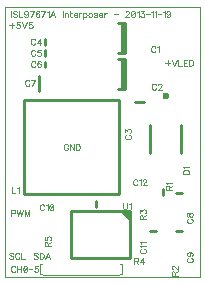
<source format=gbr>
G04 DipTrace 2.3.1.0*
%INTopSilk.gbr*%
%MOIN*%
%ADD10C,0.0098*%
%ADD12C,0.003*%
%ADD20C,0.0013*%
%ADD28C,0.0236*%
%FSLAX44Y44*%
G04*
G70*
G90*
G75*
G01*
%LNTopSilk*%
%LPD*%
X7848Y12390D2*
D10*
Y11405D1*
X7922Y12390D2*
Y11405D1*
Y12390D2*
X7686D1*
X7922Y11405D2*
X7686D1*
X7848Y11202D2*
Y10218D1*
X7922Y11202D2*
Y10218D1*
Y11202D2*
X7686D1*
X7922Y10218D2*
X7686D1*
X8261Y9771D2*
X8575D1*
X5271Y11674D2*
Y11871D1*
Y11299D2*
Y11496D1*
Y10924D2*
Y11121D1*
X5067Y10142D2*
Y10653D1*
X9632Y6732D2*
X9829D1*
X9632Y5482D2*
X9829D1*
X6959Y6473D2*
Y6276D1*
X8757Y5482D2*
X8954D1*
X9190Y6871D2*
Y6674D1*
D28*
X9293Y9968D3*
X9805Y9004D2*
D10*
Y8059D1*
X8781Y9004D2*
Y8059D1*
X4581Y6698D2*
X7730D1*
Y9847D1*
X4581D1*
Y6698D1*
X6129Y6134D2*
X8098D1*
Y4559D1*
X6129D1*
Y6134D1*
G36*
X7801Y6096D2*
X8051Y5846D1*
X8113Y6159D1*
X7801Y6096D1*
G37*
X3937Y12937D2*
D20*
X10437D1*
Y3937D1*
X3937D1*
Y12937D1*
X5187Y4000D2*
X7750D1*
X8946Y11587D2*
D12*
X8937Y11606D1*
X8918Y11625D1*
X8899Y11635D1*
X8860D1*
X8841Y11625D1*
X8822Y11606D1*
X8812Y11587D1*
X8803Y11558D1*
Y11510D1*
X8812Y11482D1*
X8822Y11463D1*
X8841Y11444D1*
X8860Y11434D1*
X8899D1*
X8918Y11444D1*
X8937Y11463D1*
X8946Y11482D1*
X9008Y11596D2*
X9027Y11606D1*
X9056Y11635D1*
Y11434D1*
X8966Y10337D2*
X8956Y10356D1*
X8937Y10375D1*
X8918Y10385D1*
X8880D1*
X8861Y10375D1*
X8842Y10356D1*
X8832Y10337D1*
X8822Y10308D1*
Y10260D1*
X8832Y10232D1*
X8842Y10213D1*
X8861Y10194D1*
X8880Y10184D1*
X8918D1*
X8937Y10194D1*
X8956Y10213D1*
X8966Y10232D1*
X9037Y10337D2*
Y10346D1*
X9047Y10366D1*
X9056Y10375D1*
X9075Y10385D1*
X9114D1*
X9133Y10375D1*
X9142Y10366D1*
X9152Y10346D1*
Y10327D1*
X9142Y10308D1*
X9123Y10280D1*
X9028Y10184D1*
X9161D1*
X7978Y8678D2*
X7959Y8668D1*
X7940Y8649D1*
X7930Y8630D1*
Y8592D1*
X7940Y8572D1*
X7959Y8553D1*
X7978Y8544D1*
X8007Y8534D1*
X8055D1*
X8083Y8544D1*
X8103Y8553D1*
X8122Y8572D1*
X8131Y8592D1*
Y8630D1*
X8122Y8649D1*
X8103Y8668D1*
X8083Y8678D1*
X7931Y8759D2*
Y8864D1*
X8007Y8806D1*
Y8835D1*
X8017Y8854D1*
X8026Y8864D1*
X8055Y8873D1*
X8074D1*
X8103Y8864D1*
X8122Y8845D1*
X8131Y8816D1*
Y8787D1*
X8122Y8759D1*
X8112Y8749D1*
X8093Y8739D1*
X4939Y11837D2*
X4930Y11856D1*
X4910Y11875D1*
X4891Y11885D1*
X4853D1*
X4834Y11875D1*
X4815Y11856D1*
X4805Y11837D1*
X4796Y11808D1*
Y11760D1*
X4805Y11732D1*
X4815Y11713D1*
X4834Y11694D1*
X4853Y11684D1*
X4891D1*
X4910Y11694D1*
X4930Y11713D1*
X4939Y11732D1*
X5097Y11684D2*
Y11885D1*
X5001Y11751D1*
X5144D1*
X4944Y11462D2*
X4934Y11481D1*
X4915Y11500D1*
X4896Y11510D1*
X4858D1*
X4839Y11500D1*
X4820Y11481D1*
X4810Y11462D1*
X4800Y11433D1*
Y11385D1*
X4810Y11357D1*
X4820Y11338D1*
X4839Y11319D1*
X4858Y11309D1*
X4896D1*
X4915Y11319D1*
X4934Y11338D1*
X4944Y11357D1*
X5120Y11510D2*
X5025D1*
X5015Y11424D1*
X5025Y11433D1*
X5054Y11443D1*
X5082D1*
X5111Y11433D1*
X5130Y11414D1*
X5140Y11385D1*
Y11366D1*
X5130Y11338D1*
X5111Y11318D1*
X5082Y11309D1*
X5054D1*
X5025Y11318D1*
X5015Y11328D1*
X5006Y11347D1*
X4949Y11087D2*
X4939Y11106D1*
X4920Y11125D1*
X4901Y11135D1*
X4863D1*
X4844Y11125D1*
X4825Y11106D1*
X4815Y11087D1*
X4805Y11058D1*
Y11010D1*
X4815Y10982D1*
X4825Y10963D1*
X4844Y10944D1*
X4863Y10934D1*
X4901D1*
X4920Y10944D1*
X4939Y10963D1*
X4949Y10982D1*
X5125Y11106D2*
X5116Y11125D1*
X5087Y11135D1*
X5068D1*
X5039Y11125D1*
X5020Y11096D1*
X5011Y11049D1*
Y11001D1*
X5020Y10963D1*
X5039Y10943D1*
X5068Y10934D1*
X5078D1*
X5106Y10943D1*
X5125Y10963D1*
X5135Y10991D1*
Y11001D1*
X5125Y11030D1*
X5106Y11049D1*
X5078Y11058D1*
X5068D1*
X5039Y11049D1*
X5020Y11030D1*
X5011Y11001D1*
X4749Y10462D2*
X4740Y10481D1*
X4721Y10500D1*
X4702Y10510D1*
X4663D1*
X4644Y10500D1*
X4625Y10481D1*
X4615Y10462D1*
X4606Y10433D1*
Y10385D1*
X4615Y10357D1*
X4625Y10338D1*
X4644Y10319D1*
X4663Y10309D1*
X4702D1*
X4721Y10319D1*
X4740Y10338D1*
X4749Y10357D1*
X4849Y10309D2*
X4945Y10510D1*
X4811D1*
X10041Y5882D2*
X10022Y5872D1*
X10002Y5853D1*
X9993Y5834D1*
Y5796D1*
X10002Y5776D1*
X10022Y5757D1*
X10041Y5748D1*
X10069Y5738D1*
X10117D1*
X10146Y5748D1*
X10165Y5757D1*
X10184Y5776D1*
X10194Y5796D1*
Y5834D1*
X10184Y5853D1*
X10165Y5872D1*
X10146Y5882D1*
X9993Y5991D2*
X10003Y5963D1*
X10022Y5953D1*
X10041D1*
X10060Y5963D1*
X10070Y5982D1*
X10079Y6020D1*
X10089Y6049D1*
X10108Y6068D1*
X10127Y6077D1*
X10156D1*
X10175Y6068D1*
X10184Y6058D1*
X10194Y6029D1*
Y5991D1*
X10184Y5963D1*
X10175Y5953D1*
X10156Y5943D1*
X10127D1*
X10108Y5953D1*
X10089Y5972D1*
X10079Y6001D1*
X10070Y6039D1*
X10060Y6058D1*
X10041Y6068D1*
X10022D1*
X10003Y6058D1*
X9993Y6029D1*
Y5991D1*
X10041Y4574D2*
X10022Y4564D1*
X10002Y4545D1*
X9993Y4526D1*
Y4488D1*
X10002Y4469D1*
X10022Y4450D1*
X10041Y4440D1*
X10069Y4430D1*
X10117D1*
X10146Y4440D1*
X10165Y4450D1*
X10184Y4469D1*
X10194Y4488D1*
Y4526D1*
X10184Y4545D1*
X10165Y4564D1*
X10146Y4574D1*
X10060Y4760D2*
X10089Y4750D1*
X10108Y4731D1*
X10117Y4703D1*
Y4693D1*
X10108Y4664D1*
X10089Y4645D1*
X10060Y4636D1*
X10050D1*
X10022Y4645D1*
X10003Y4664D1*
X9993Y4693D1*
Y4703D1*
X10003Y4731D1*
X10022Y4750D1*
X10060Y4760D1*
X10108D1*
X10156Y4750D1*
X10184Y4731D1*
X10194Y4703D1*
Y4684D1*
X10184Y4655D1*
X10165Y4645D1*
X5241Y6315D2*
X5232Y6334D1*
X5212Y6353D1*
X5193Y6362D1*
X5155D1*
X5136Y6353D1*
X5117Y6334D1*
X5107Y6315D1*
X5098Y6286D1*
Y6238D1*
X5107Y6209D1*
X5117Y6190D1*
X5136Y6171D1*
X5155Y6161D1*
X5193D1*
X5212Y6171D1*
X5232Y6190D1*
X5241Y6209D1*
X5303Y6324D2*
X5322Y6334D1*
X5351Y6362D1*
Y6161D1*
X5470Y6362D2*
X5441Y6353D1*
X5422Y6324D1*
X5413Y6276D1*
Y6247D1*
X5422Y6200D1*
X5441Y6171D1*
X5470Y6161D1*
X5489D1*
X5518Y6171D1*
X5537Y6200D1*
X5547Y6247D1*
Y6276D1*
X5537Y6324D1*
X5518Y6353D1*
X5489Y6362D1*
X5470D1*
X5537Y6324D2*
X5422Y6200D1*
X8478Y4870D2*
X8459Y4860D1*
X8440Y4841D1*
X8430Y4822D1*
Y4784D1*
X8440Y4764D1*
X8459Y4745D1*
X8478Y4736D1*
X8507Y4726D1*
X8555D1*
X8583Y4736D1*
X8603Y4745D1*
X8622Y4764D1*
X8631Y4784D1*
Y4822D1*
X8622Y4841D1*
X8603Y4860D1*
X8583Y4870D1*
X8469Y4931D2*
X8459Y4951D1*
X8431Y4979D1*
X8631D1*
X8469Y5041D2*
X8459Y5060D1*
X8431Y5089D1*
X8631D1*
X8347Y7150D2*
X8338Y7169D1*
X8319Y7188D1*
X8299Y7197D1*
X8261D1*
X8242Y7188D1*
X8223Y7169D1*
X8213Y7150D1*
X8204Y7121D1*
Y7073D1*
X8213Y7044D1*
X8223Y7025D1*
X8242Y7006D1*
X8261Y6997D1*
X8299D1*
X8319Y7006D1*
X8338Y7025D1*
X8347Y7044D1*
X8409Y7159D2*
X8428Y7169D1*
X8457Y7197D1*
Y6997D1*
X8528Y7149D2*
Y7159D1*
X8538Y7178D1*
X8547Y7188D1*
X8567Y7197D1*
X8605D1*
X8624Y7188D1*
X8633Y7178D1*
X8643Y7159D1*
Y7140D1*
X8633Y7121D1*
X8614Y7092D1*
X8519Y6997D1*
X8653D1*
X9868Y7366D2*
X10069D1*
Y7433D1*
X10059Y7462D1*
X10040Y7481D1*
X10021Y7490D1*
X9993Y7500D1*
X9945D1*
X9916Y7490D1*
X9897Y7481D1*
X9878Y7462D1*
X9868Y7433D1*
Y7366D1*
X9907Y7562D2*
X9897Y7581D1*
X9868Y7610D1*
X10069D1*
X4168Y6947D2*
Y6746D1*
X4283D1*
X4345Y6909D2*
X4364Y6919D1*
X4393Y6947D1*
Y6746D1*
X9401Y6844D2*
Y6930D1*
X9391Y6959D1*
X9382Y6969D1*
X9363Y6978D1*
X9344D1*
X9325Y6969D1*
X9315Y6959D1*
X9305Y6930D1*
Y6844D1*
X9506D1*
X9401Y6911D2*
X9506Y6978D1*
X9344Y7040D2*
X9334Y7059D1*
X9306Y7088D1*
X9506D1*
X9589Y3988D2*
Y4074D1*
X9579Y4103D1*
X9569Y4113D1*
X9550Y4122D1*
X9531D1*
X9512Y4113D1*
X9502Y4103D1*
X9493Y4074D1*
Y3988D1*
X9694D1*
X9589Y4055D2*
X9694Y4122D1*
X9541Y4194D2*
X9531D1*
X9512Y4203D1*
X9503Y4213D1*
X9493Y4232D1*
Y4270D1*
X9503Y4289D1*
X9512Y4299D1*
X9531Y4309D1*
X9550D1*
X9570Y4299D1*
X9598Y4280D1*
X9694Y4184D1*
Y4318D1*
X8526Y5863D2*
Y5949D1*
X8516Y5978D1*
X8507Y5988D1*
X8488Y5997D1*
X8469D1*
X8450Y5988D1*
X8440Y5978D1*
X8430Y5949D1*
Y5863D1*
X8631D1*
X8526Y5930D2*
X8631Y5997D1*
X8431Y6078D2*
Y6183D1*
X8507Y6126D1*
Y6155D1*
X8517Y6174D1*
X8526Y6183D1*
X8555Y6193D1*
X8574D1*
X8603Y6183D1*
X8622Y6164D1*
X8631Y6136D1*
Y6107D1*
X8622Y6078D1*
X8612Y6069D1*
X8593Y6059D1*
X8243Y4476D2*
X8329D1*
X8357Y4486D1*
X8367Y4496D1*
X8377Y4515D1*
Y4534D1*
X8367Y4553D1*
X8357Y4563D1*
X8329Y4572D1*
X8243D1*
Y4371D1*
X8310Y4476D2*
X8377Y4371D1*
X8534D2*
Y4572D1*
X8438Y4438D1*
X8582D1*
X5358Y4966D2*
Y5052D1*
X5348Y5081D1*
X5338Y5090D1*
X5319Y5100D1*
X5300D1*
X5281Y5090D1*
X5271Y5081D1*
X5262Y5052D1*
Y4966D1*
X5463D1*
X5358Y5033D2*
X5463Y5100D1*
X5262Y5276D2*
Y5181D1*
X5348Y5171D1*
X5339Y5181D1*
X5329Y5209D1*
Y5238D1*
X5339Y5267D1*
X5358Y5286D1*
X5386Y5295D1*
X5405D1*
X5434Y5286D1*
X5453Y5267D1*
X5463Y5238D1*
Y5209D1*
X5453Y5181D1*
X5444Y5171D1*
X5425Y5162D1*
X7874Y6409D2*
Y6265D1*
X7884Y6236D1*
X7903Y6217D1*
X7932Y6208D1*
X7951D1*
X7980Y6217D1*
X7999Y6236D1*
X8008Y6265D1*
Y6409D1*
X8070Y6370D2*
X8089Y6380D1*
X8118Y6408D1*
Y6208D1*
X4140Y12806D2*
Y12605D1*
X4336Y12778D2*
X4317Y12797D1*
X4288Y12806D1*
X4250D1*
X4221Y12797D1*
X4202Y12778D1*
Y12759D1*
X4212Y12739D1*
X4221Y12730D1*
X4240Y12720D1*
X4298Y12701D1*
X4317Y12692D1*
X4327Y12682D1*
X4336Y12663D1*
Y12634D1*
X4317Y12615D1*
X4288Y12605D1*
X4250D1*
X4221Y12615D1*
X4202Y12634D1*
X4398Y12806D2*
Y12605D1*
X4513D1*
X4699Y12739D2*
X4689Y12711D1*
X4670Y12691D1*
X4641Y12682D1*
X4632D1*
X4603Y12691D1*
X4584Y12711D1*
X4574Y12739D1*
Y12749D1*
X4584Y12778D1*
X4603Y12797D1*
X4632Y12806D1*
X4641D1*
X4670Y12797D1*
X4689Y12778D1*
X4699Y12739D1*
Y12691D1*
X4689Y12644D1*
X4670Y12615D1*
X4641Y12605D1*
X4622D1*
X4594Y12615D1*
X4584Y12634D1*
X4799Y12605D2*
X4895Y12806D1*
X4761D1*
X5071Y12778D2*
X5062Y12797D1*
X5033Y12806D1*
X5014D1*
X4985Y12797D1*
X4966Y12768D1*
X4956Y12720D1*
Y12672D1*
X4966Y12634D1*
X4985Y12615D1*
X5014Y12605D1*
X5023D1*
X5052Y12615D1*
X5071Y12634D1*
X5081Y12663D1*
Y12672D1*
X5071Y12701D1*
X5052Y12720D1*
X5023Y12730D1*
X5014D1*
X4985Y12720D1*
X4966Y12701D1*
X4956Y12672D1*
X5181Y12605D2*
X5276Y12806D1*
X5142D1*
X5338Y12768D2*
X5357Y12778D1*
X5386Y12806D1*
Y12605D1*
X5601D2*
X5524Y12806D1*
X5448Y12605D1*
X5477Y12672D2*
X5572D1*
X5857Y12806D2*
Y12605D1*
X5919Y12739D2*
Y12605D1*
Y12701D2*
X5948Y12730D1*
X5967Y12739D1*
X5995D1*
X6015Y12730D1*
X6024Y12701D1*
Y12605D1*
X6115Y12806D2*
Y12644D1*
X6124Y12615D1*
X6143Y12605D1*
X6162D1*
X6086Y12739D2*
X6153D1*
X6224Y12682D2*
X6339D1*
Y12701D1*
X6329Y12720D1*
X6320Y12730D1*
X6301Y12739D1*
X6272D1*
X6253Y12730D1*
X6234Y12711D1*
X6224Y12682D1*
Y12663D1*
X6234Y12634D1*
X6253Y12615D1*
X6272Y12605D1*
X6301D1*
X6320Y12615D1*
X6339Y12634D1*
X6401Y12739D2*
Y12605D1*
Y12682D2*
X6410Y12711D1*
X6429Y12730D1*
X6449Y12739D1*
X6477D1*
X6539D2*
Y12538D1*
Y12711D2*
X6558Y12730D1*
X6577Y12739D1*
X6606D1*
X6625Y12730D1*
X6644Y12711D1*
X6654Y12682D1*
Y12663D1*
X6644Y12634D1*
X6625Y12615D1*
X6606Y12605D1*
X6577D1*
X6558Y12615D1*
X6539Y12634D1*
X6764Y12739D2*
X6745Y12730D1*
X6725Y12711D1*
X6716Y12682D1*
Y12663D1*
X6725Y12634D1*
X6745Y12615D1*
X6764Y12605D1*
X6792D1*
X6812Y12615D1*
X6831Y12634D1*
X6840Y12663D1*
Y12682D1*
X6831Y12711D1*
X6812Y12730D1*
X6792Y12739D1*
X6764D1*
X7007Y12711D2*
X6998Y12730D1*
X6969Y12739D1*
X6940D1*
X6912Y12730D1*
X6902Y12711D1*
X6912Y12692D1*
X6931Y12682D1*
X6979Y12672D1*
X6998Y12663D1*
X7007Y12644D1*
Y12634D1*
X6998Y12615D1*
X6969Y12605D1*
X6940D1*
X6912Y12615D1*
X6902Y12634D1*
X7069Y12682D2*
X7184D1*
Y12701D1*
X7174Y12720D1*
X7165Y12730D1*
X7146Y12739D1*
X7117D1*
X7098Y12730D1*
X7079Y12711D1*
X7069Y12682D1*
Y12663D1*
X7079Y12634D1*
X7098Y12615D1*
X7117Y12605D1*
X7146D1*
X7165Y12615D1*
X7184Y12634D1*
X7246Y12739D2*
Y12605D1*
Y12682D2*
X7255Y12711D1*
X7274Y12730D1*
X7294Y12739D1*
X7322D1*
X7578Y12706D2*
X7689D1*
X7955Y12758D2*
Y12768D1*
X7964Y12787D1*
X7974Y12797D1*
X7993Y12806D1*
X8031D1*
X8050Y12797D1*
X8060Y12787D1*
X8070Y12768D1*
Y12749D1*
X8060Y12730D1*
X8041Y12701D1*
X7945Y12605D1*
X8079D1*
X8198Y12806D2*
X8170Y12797D1*
X8150Y12768D1*
X8141Y12720D1*
Y12691D1*
X8150Y12644D1*
X8170Y12615D1*
X8198Y12605D1*
X8217D1*
X8246Y12615D1*
X8265Y12644D1*
X8275Y12691D1*
Y12720D1*
X8265Y12768D1*
X8246Y12797D1*
X8217Y12806D1*
X8198D1*
X8265Y12768D2*
X8150Y12644D1*
X8337Y12768D2*
X8356Y12778D1*
X8385Y12806D1*
Y12605D1*
X8466Y12806D2*
X8571D1*
X8513Y12730D1*
X8542D1*
X8561Y12720D1*
X8571Y12711D1*
X8580Y12682D1*
Y12663D1*
X8571Y12634D1*
X8552Y12615D1*
X8523Y12605D1*
X8494D1*
X8466Y12615D1*
X8456Y12625D1*
X8446Y12644D1*
X8642Y12706D2*
X8753D1*
X8814Y12768D2*
X8834Y12778D1*
X8862Y12806D1*
Y12605D1*
X8924Y12768D2*
X8943Y12778D1*
X8972Y12806D1*
Y12605D1*
X9034Y12706D2*
X9144D1*
X9206Y12768D2*
X9225Y12778D1*
X9254Y12806D1*
Y12605D1*
X9440Y12739D2*
X9431Y12711D1*
X9412Y12691D1*
X9383Y12682D1*
X9373D1*
X9345Y12691D1*
X9326Y12711D1*
X9316Y12739D1*
Y12749D1*
X9326Y12778D1*
X9345Y12797D1*
X9373Y12806D1*
X9383D1*
X9412Y12797D1*
X9431Y12778D1*
X9440Y12739D1*
Y12691D1*
X9431Y12644D1*
X9412Y12615D1*
X9383Y12605D1*
X9364D1*
X9335Y12615D1*
X9326Y12634D1*
X4212Y4715D2*
X4193Y4734D1*
X4164Y4743D1*
X4126D1*
X4097Y4734D1*
X4078Y4715D1*
Y4696D1*
X4088Y4676D1*
X4097Y4667D1*
X4116Y4657D1*
X4174Y4638D1*
X4193Y4629D1*
X4203Y4619D1*
X4212Y4600D1*
Y4571D1*
X4193Y4552D1*
X4164Y4542D1*
X4126D1*
X4097Y4552D1*
X4078Y4571D1*
X4417Y4696D2*
X4408Y4715D1*
X4389Y4734D1*
X4370Y4743D1*
X4331D1*
X4312Y4734D1*
X4293Y4715D1*
X4283Y4696D1*
X4274Y4667D1*
Y4619D1*
X4283Y4590D1*
X4293Y4571D1*
X4312Y4552D1*
X4331Y4542D1*
X4370D1*
X4389Y4552D1*
X4408Y4571D1*
X4417Y4590D1*
X4479Y4743D2*
Y4542D1*
X4594D1*
X5025Y4715D2*
X5006Y4734D1*
X4977Y4743D1*
X4939D1*
X4910Y4734D1*
X4891Y4715D1*
Y4696D1*
X4900Y4676D1*
X4910Y4667D1*
X4929Y4657D1*
X4986Y4638D1*
X5006Y4629D1*
X5015Y4619D1*
X5025Y4600D1*
Y4571D1*
X5006Y4552D1*
X4977Y4542D1*
X4939D1*
X4910Y4552D1*
X4891Y4571D1*
X5086Y4743D2*
Y4542D1*
X5153D1*
X5182Y4552D1*
X5201Y4571D1*
X5211Y4590D1*
X5220Y4619D1*
Y4667D1*
X5211Y4696D1*
X5201Y4715D1*
X5182Y4734D1*
X5153Y4743D1*
X5086D1*
X5435Y4542D2*
X5359Y4743D1*
X5282Y4542D1*
X5311Y4609D2*
X5407D1*
X4141Y6076D2*
X4227D1*
X4255Y6085D1*
X4265Y6095D1*
X4275Y6114D1*
Y6143D1*
X4265Y6162D1*
X4255Y6171D1*
X4227Y6181D1*
X4141D1*
Y5980D1*
X4336Y6181D2*
X4384Y5980D1*
X4432Y6181D1*
X4480Y5980D1*
X4528Y6181D1*
X4743Y5980D2*
Y6181D1*
X4666Y5980D1*
X4590Y6181D1*
Y5980D1*
X4164Y12416D2*
Y12244D1*
X4078Y12330D2*
X4250D1*
X4427Y12431D2*
X4331D1*
X4322Y12345D1*
X4331Y12354D1*
X4360Y12364D1*
X4389D1*
X4417Y12354D1*
X4437Y12335D1*
X4446Y12306D1*
Y12287D1*
X4437Y12259D1*
X4417Y12239D1*
X4389Y12230D1*
X4360D1*
X4331Y12239D1*
X4322Y12249D1*
X4312Y12268D1*
X4508Y12431D2*
X4584Y12230D1*
X4661Y12431D1*
X4837D2*
X4742D1*
X4732Y12345D1*
X4742Y12354D1*
X4771Y12364D1*
X4799D1*
X4828Y12354D1*
X4847Y12335D1*
X4857Y12306D1*
Y12287D1*
X4847Y12259D1*
X4828Y12239D1*
X4799Y12230D1*
X4771D1*
X4742Y12239D1*
X4732Y12249D1*
X4723Y12268D1*
X9352Y11166D2*
Y10994D1*
X9266Y11080D2*
X9438D1*
X9500Y11181D2*
X9576Y10980D1*
X9653Y11181D1*
X9714D2*
Y10980D1*
X9829D1*
X10015Y11181D2*
X9891D1*
Y10980D1*
X10015D1*
X9891Y11085D2*
X9967D1*
X10077Y11181D2*
Y10980D1*
X10144D1*
X10173Y10990D1*
X10192Y11009D1*
X10201Y11028D1*
X10211Y11056D1*
Y11104D1*
X10201Y11133D1*
X10192Y11152D1*
X10173Y11171D1*
X10144Y11181D1*
X10077D1*
X6034Y8321D2*
X6025Y8340D1*
X6005Y8359D1*
X5986Y8368D1*
X5948D1*
X5929Y8359D1*
X5910Y8340D1*
X5900Y8321D1*
X5891Y8292D1*
Y8244D1*
X5900Y8215D1*
X5910Y8196D1*
X5929Y8177D1*
X5948Y8167D1*
X5986D1*
X6005Y8177D1*
X6025Y8196D1*
X6034Y8215D1*
Y8244D1*
X5986D1*
X6230Y8368D2*
Y8167D1*
X6096Y8368D1*
Y8167D1*
X6292Y8368D2*
Y8167D1*
X6359D1*
X6387Y8177D1*
X6407Y8196D1*
X6416Y8215D1*
X6426Y8244D1*
Y8292D1*
X6416Y8321D1*
X6407Y8340D1*
X6387Y8359D1*
X6359Y8368D1*
X6292D1*
X4284Y4258D2*
X4275Y4277D1*
X4255Y4296D1*
X4236Y4306D1*
X4198D1*
X4179Y4296D1*
X4160Y4277D1*
X4150Y4258D1*
X4141Y4229D1*
Y4181D1*
X4150Y4153D1*
X4160Y4134D1*
X4179Y4115D1*
X4198Y4105D1*
X4236D1*
X4255Y4115D1*
X4275Y4134D1*
X4284Y4153D1*
X4346Y4306D2*
Y4105D1*
X4480Y4306D2*
Y4105D1*
X4346Y4210D2*
X4480D1*
X4599Y4306D2*
X4570Y4296D1*
X4551Y4267D1*
X4542Y4220D1*
Y4191D1*
X4551Y4143D1*
X4570Y4114D1*
X4599Y4105D1*
X4618D1*
X4647Y4114D1*
X4666Y4143D1*
X4676Y4191D1*
Y4220D1*
X4666Y4267D1*
X4647Y4296D1*
X4618Y4306D1*
X4599D1*
X4666Y4267D2*
X4551Y4143D1*
X4737Y4205D2*
X4848D1*
X5024Y4306D2*
X4929D1*
X4919Y4220D1*
X4929Y4229D1*
X4958Y4239D1*
X4986D1*
X5015Y4229D1*
X5034Y4210D1*
X5044Y4181D1*
Y4162D1*
X5034Y4134D1*
X5015Y4114D1*
X4986Y4105D1*
X4958D1*
X4929Y4114D1*
X4919Y4124D1*
X4910Y4143D1*
X5172Y4358D2*
X5105D1*
Y4052D1*
X5172D1*
X7766Y4358D2*
X7833D1*
Y4052D1*
X7766D1*
M02*

</source>
